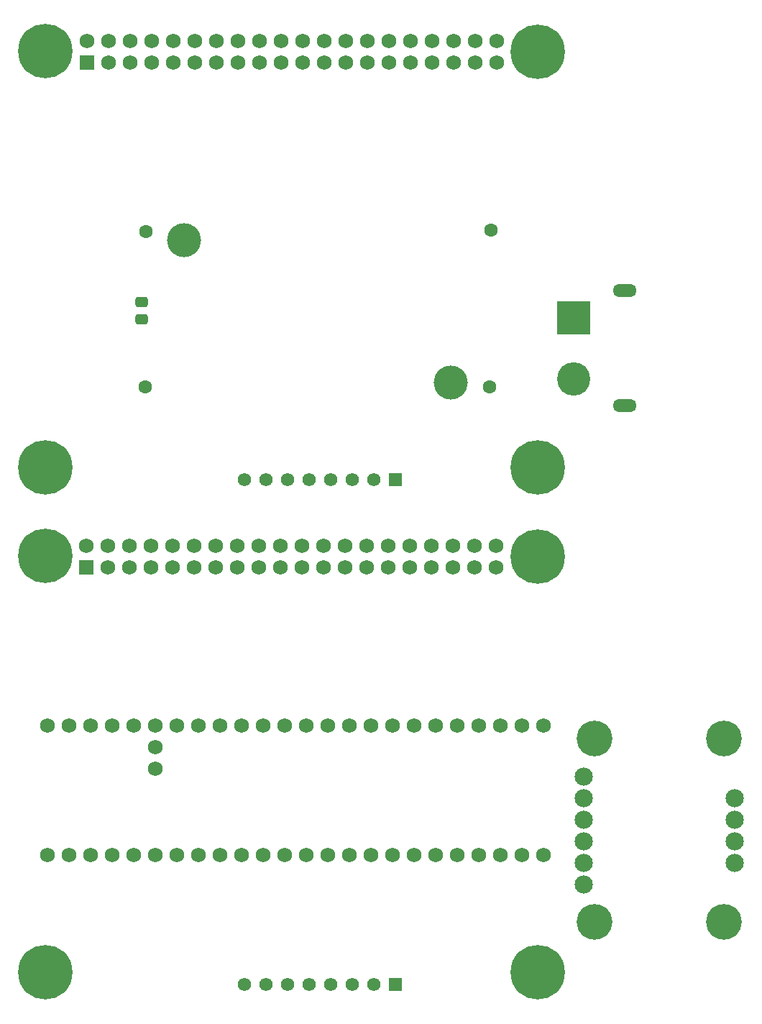
<source format=gbr>
%TF.GenerationSoftware,KiCad,Pcbnew,8.0.8*%
%TF.CreationDate,2026-02-11T18:54:28+05:30*%
%TF.ProjectId,Final_Integration,46696e61-6c5f-4496-9e74-656772617469,rev?*%
%TF.SameCoordinates,Original*%
%TF.FileFunction,Soldermask,Bot*%
%TF.FilePolarity,Negative*%
%FSLAX46Y46*%
G04 Gerber Fmt 4.6, Leading zero omitted, Abs format (unit mm)*
G04 Created by KiCad (PCBNEW 8.0.8) date 2026-02-11 18:54:28*
%MOMM*%
%LPD*%
G01*
G04 APERTURE LIST*
G04 Aperture macros list*
%AMRoundRect*
0 Rectangle with rounded corners*
0 $1 Rounding radius*
0 $2 $3 $4 $5 $6 $7 $8 $9 X,Y pos of 4 corners*
0 Add a 4 corners polygon primitive as box body*
4,1,4,$2,$3,$4,$5,$6,$7,$8,$9,$2,$3,0*
0 Add four circle primitives for the rounded corners*
1,1,$1+$1,$2,$3*
1,1,$1+$1,$4,$5*
1,1,$1+$1,$6,$7*
1,1,$1+$1,$8,$9*
0 Add four rect primitives between the rounded corners*
20,1,$1+$1,$2,$3,$4,$5,0*
20,1,$1+$1,$4,$5,$6,$7,0*
20,1,$1+$1,$6,$7,$8,$9,0*
20,1,$1+$1,$8,$9,$2,$3,0*%
G04 Aperture macros list end*
%ADD10C,6.404000*%
%ADD11RoundRect,0.102000X0.685000X0.685000X-0.685000X0.685000X-0.685000X-0.685000X0.685000X-0.685000X0*%
%ADD12C,1.574000*%
%ADD13RoundRect,0.102000X-0.762000X-0.762000X0.762000X-0.762000X0.762000X0.762000X-0.762000X0.762000X0*%
%ADD14C,1.728000*%
%ADD15C,2.134400*%
%ADD16C,4.204000*%
%ADD17RoundRect,0.102000X1.858000X-1.858000X1.858000X1.858000X-1.858000X1.858000X-1.858000X-1.858000X0*%
%ADD18C,3.920000*%
%ADD19O,2.804000X1.504000*%
%ADD20C,4.000000*%
%ADD21C,1.600000*%
%ADD22RoundRect,0.250000X0.475000X-0.337500X0.475000X0.337500X-0.475000X0.337500X-0.475000X-0.337500X0*%
G04 APERTURE END LIST*
D10*
%TO.C,*%
X121955000Y-114755000D03*
%TD*%
%TO.C,*%
X63955000Y-163725000D03*
%TD*%
D11*
%TO.C,J1*%
X105145000Y-165155000D03*
D12*
X102605000Y-165155000D03*
X100065000Y-165155000D03*
X97525000Y-165155000D03*
X94985000Y-165155000D03*
X92445000Y-165155000D03*
X89905000Y-165155000D03*
X87365000Y-165155000D03*
%TD*%
D10*
%TO.C,*%
X63925000Y-114705000D03*
%TD*%
%TO.C,*%
X121945000Y-163705000D03*
%TD*%
D13*
%TO.C,J2*%
X68785000Y-116055000D03*
D14*
X68785000Y-113515000D03*
X71325000Y-116055000D03*
X71325000Y-113515000D03*
X73865000Y-116055000D03*
X73865000Y-113515000D03*
X76405000Y-116055000D03*
X76405000Y-113515000D03*
X78945000Y-116055000D03*
X78945000Y-113515000D03*
X81485000Y-116055000D03*
X81485000Y-113515000D03*
X84025000Y-116055000D03*
X84025000Y-113515000D03*
X86565000Y-116055000D03*
X86565000Y-113515000D03*
X89105000Y-116055000D03*
X89105000Y-113515000D03*
X91645000Y-116055000D03*
X91645000Y-113515000D03*
X94185000Y-116055000D03*
X94185000Y-113515000D03*
X96725000Y-116055000D03*
X96725000Y-113515000D03*
X99265000Y-116055000D03*
X99265000Y-113515000D03*
X101805000Y-116055000D03*
X101805000Y-113515000D03*
X104345000Y-116055000D03*
X104345000Y-113515000D03*
X106885000Y-116055000D03*
X106885000Y-113515000D03*
X109425000Y-116055000D03*
X109425000Y-113515000D03*
X111965000Y-116055000D03*
X111965000Y-113515000D03*
X114505000Y-116055000D03*
X114505000Y-113515000D03*
X117045000Y-116055000D03*
X117045000Y-113515000D03*
%TD*%
%TO.C,A1*%
X117528750Y-149925000D03*
X87048750Y-134685000D03*
X76888750Y-139765000D03*
X120068750Y-149925000D03*
X120068750Y-134685000D03*
X117528750Y-134685000D03*
X114988750Y-134685000D03*
X112448750Y-134685000D03*
X109908750Y-134685000D03*
X107368750Y-134685000D03*
X104828750Y-134685000D03*
X102288750Y-134685000D03*
X99748750Y-134685000D03*
X97208750Y-134685000D03*
X94668750Y-134685000D03*
X92128750Y-134685000D03*
X89588750Y-134685000D03*
X89588750Y-149925000D03*
X92128750Y-149925000D03*
X94668750Y-149925000D03*
X97208750Y-149925000D03*
X99748750Y-149925000D03*
X102288750Y-149925000D03*
X104828750Y-149925000D03*
X107368750Y-149925000D03*
X109908750Y-149925000D03*
X112448750Y-149925000D03*
X114988750Y-149925000D03*
X84508750Y-134685000D03*
X81968750Y-134685000D03*
X79428750Y-134685000D03*
X76888750Y-134685000D03*
X74348750Y-134685000D03*
X71808750Y-134685000D03*
X69268750Y-134685000D03*
X66728750Y-134685000D03*
X64188750Y-134685000D03*
X64188750Y-149925000D03*
X66728750Y-149925000D03*
X69268750Y-149925000D03*
X71808750Y-149925000D03*
X74348750Y-149925000D03*
X76888750Y-149925000D03*
X79428750Y-149925000D03*
X81968750Y-149925000D03*
X84508750Y-149925000D03*
X122608750Y-134685000D03*
X87048750Y-149925000D03*
X76888750Y-137225000D03*
X122608750Y-149925000D03*
%TD*%
D15*
%TO.C,U1*%
X127335000Y-140660000D03*
X127335000Y-143200000D03*
X127335000Y-145740000D03*
X127335000Y-148280000D03*
X127335000Y-150820000D03*
X127335000Y-153360000D03*
X145115000Y-150820000D03*
X145115000Y-148280000D03*
X145115000Y-145740000D03*
X145115000Y-143200000D03*
D16*
X128605000Y-136215000D03*
X128605000Y-157805000D03*
X143845000Y-157805000D03*
X143845000Y-136215000D03*
%TD*%
D10*
%TO.C,*%
X121950000Y-55310000D03*
%TD*%
D17*
%TO.C,J4*%
X126155000Y-86619250D03*
D18*
X126155000Y-93819250D03*
D19*
X132155000Y-96969250D03*
X132155000Y-83469250D03*
%TD*%
D10*
%TO.C,*%
X63950000Y-104280000D03*
%TD*%
D20*
%TO.C,P1*%
X111690000Y-94270000D03*
X80300000Y-77550000D03*
D21*
X75700000Y-94810000D03*
X75800000Y-76470000D03*
X116390000Y-76340000D03*
X116240000Y-94810000D03*
%TD*%
D10*
%TO.C,*%
X121950000Y-104290000D03*
%TD*%
D11*
%TO.C,J6*%
X105160000Y-105690000D03*
D12*
X102620000Y-105690000D03*
X100080000Y-105690000D03*
X97540000Y-105690000D03*
X95000000Y-105690000D03*
X92460000Y-105690000D03*
X89920000Y-105690000D03*
X87380000Y-105690000D03*
%TD*%
D13*
%TO.C,J3*%
X68800000Y-56600000D03*
D14*
X68800000Y-54060000D03*
X71340000Y-56600000D03*
X71340000Y-54060000D03*
X73880000Y-56600000D03*
X73880000Y-54060000D03*
X76420000Y-56600000D03*
X76420000Y-54060000D03*
X78960000Y-56600000D03*
X78960000Y-54060000D03*
X81500000Y-56600000D03*
X81500000Y-54060000D03*
X84040000Y-56600000D03*
X84040000Y-54060000D03*
X86580000Y-56600000D03*
X86580000Y-54060000D03*
X89120000Y-56600000D03*
X89120000Y-54060000D03*
X91660000Y-56600000D03*
X91660000Y-54060000D03*
X94200000Y-56600000D03*
X94200000Y-54060000D03*
X96740000Y-56600000D03*
X96740000Y-54060000D03*
X99280000Y-56600000D03*
X99280000Y-54060000D03*
X101820000Y-56600000D03*
X101820000Y-54060000D03*
X104360000Y-56600000D03*
X104360000Y-54060000D03*
X106900000Y-56600000D03*
X106900000Y-54060000D03*
X109440000Y-56600000D03*
X109440000Y-54060000D03*
X111980000Y-56600000D03*
X111980000Y-54060000D03*
X114520000Y-56600000D03*
X114520000Y-54060000D03*
X117060000Y-56600000D03*
X117060000Y-54060000D03*
%TD*%
D10*
%TO.C,*%
X63940000Y-55260000D03*
%TD*%
D22*
%TO.C,C*%
X75300000Y-86837500D03*
X75300000Y-84762500D03*
%TD*%
M02*

</source>
